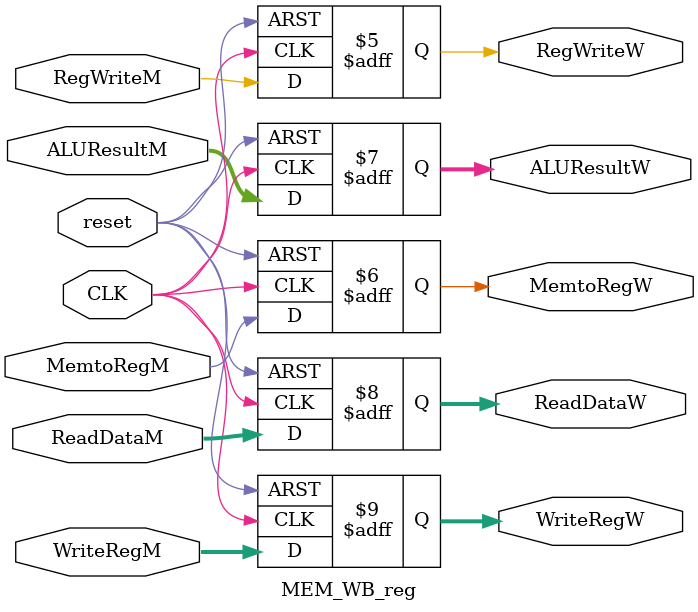
<source format=v>
module MEM_WB_reg (
    input   wire                CLK,
    input   wire                reset,
    input   wire    [31:0]      ALUResultM,
    input   wire    [31:0]      ReadDataM,
    input   wire    [ 4:0]      WriteRegM,
    
    input   wire                RegWriteM,
    input   wire                MemtoRegM,    

    output  reg     [31:0]      ALUResultW,
    output  reg     [31:0]      ReadDataW,
    output  reg     [ 4:0]      WriteRegW,

    output reg                  RegWriteW,
    output reg                  MemtoRegW 
);

always @(posedge CLK, negedge reset ) begin
    if (!reset) begin
            {ALUResultW,ReadDataW,WriteRegW} <= 69'b0;
        end else begin
            {ALUResultW,ReadDataW,WriteRegW} <= {ALUResultM,ReadDataM,WriteRegM};
        end
end

always @(posedge CLK, negedge reset ) begin
    if (!reset) begin
            {RegWriteW,MemtoRegW} <= 2'b0;
        end else begin
            {RegWriteW,MemtoRegW} <= {RegWriteM,MemtoRegM};
        end
end
    
endmodule
</source>
